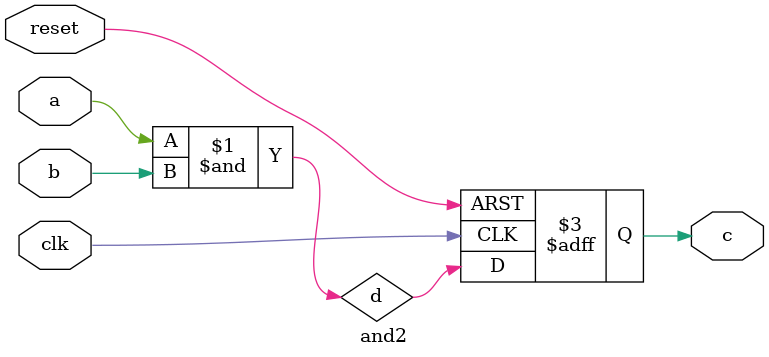
<source format=v>

module and2(
  a,
  b,
  c,
  clk,
  reset);

input wire a;
input wire b;
input wire clk;
input wire reset;
output c;

wire d;
reg c;

assign d = a & b;

always@(posedge clk or posedge reset) begin 
  if (reset)
    c = 0;
  else
    c = d;
end

endmodule

</source>
